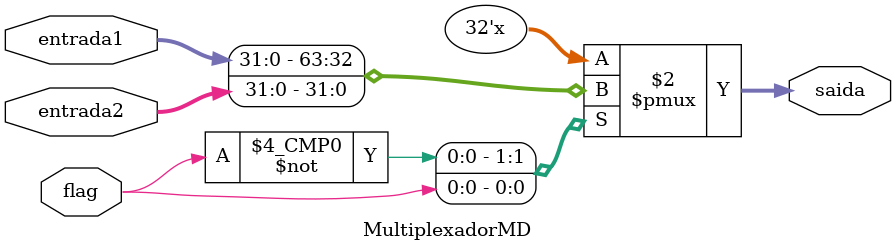
<source format=v>
/*Multiplexador da Memória de Dados do Processador*/

module MultiplexadorMD (flag, entrada1, entrada2, saida);
	//Entradas que serão selecionadas
	input [31:0] entrada1, entrada2;
	//Flag para indicar qual entrada será a saida
	input flag;
	//Saída com a entrada escolhida
	output reg [31:0] saida;
	
	always @ (*) begin
		case (flag)
			//Se eu escolher a entrada 1
			1'b0: saida = entrada1;
			//Se eu escolher a entrada 2
			1'b1: saida = entrada2;
		endcase
	end
endmodule

</source>
